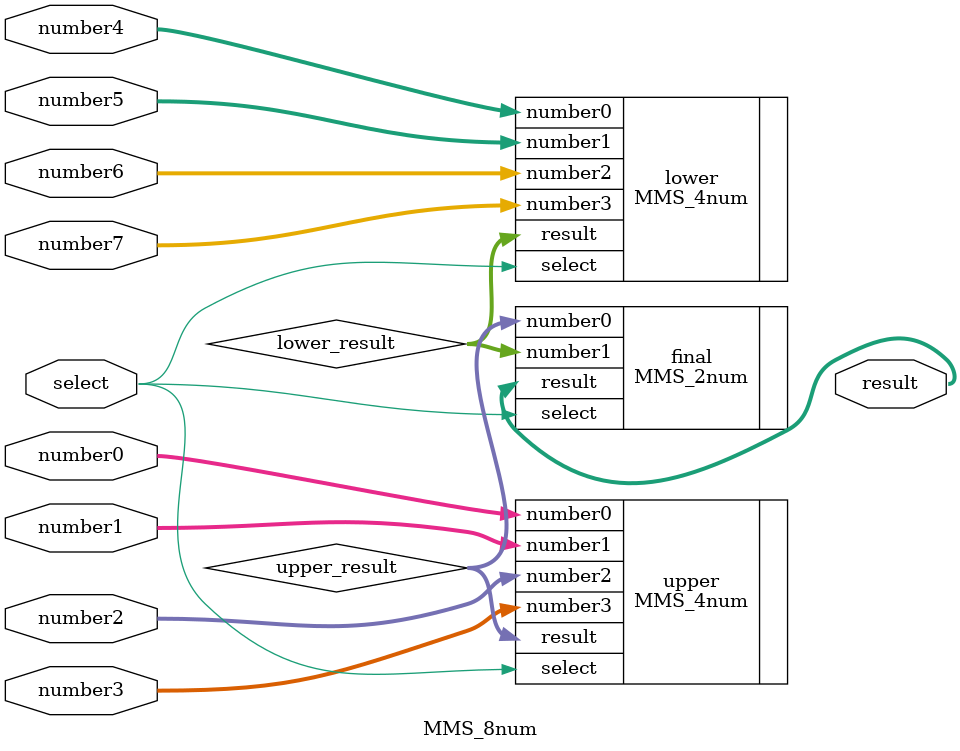
<source format=v>
module MMS_8num(result, select, number0, number1, number2, number3, number4, number5, number6, number7);

input        select;
input  [7:0] number0;
input  [7:0] number1;
input  [7:0] number2;
input  [7:0] number3;
input  [7:0] number4;
input  [7:0] number5;
input  [7:0] number6;
input  [7:0] number7;
output [7:0] result; 

wire [7:0] upper_result, lower_result;



	
MMS_4num upper(.result(upper_result), .select(select), .number0(number0), .number1(number1), .number2(number2), .number3(number3));
MMS_4num lower(.result(lower_result), .select(select), .number0(number4), .number1(number5), .number2(number6), .number3(number7));
MMS_2num final(.result(result), .select(select), .number0(upper_result), .number1(lower_result));


endmodule
</source>
